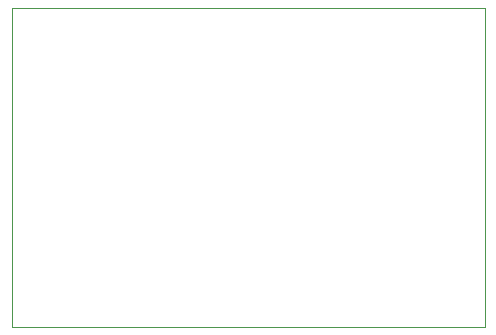
<source format=gbr>
%TF.GenerationSoftware,KiCad,Pcbnew,9.0.0*%
%TF.CreationDate,2025-03-14T13:21:39-04:00*%
%TF.ProjectId,IngestibleCapsule-Antennae,496e6765-7374-4696-926c-654361707375,rev?*%
%TF.SameCoordinates,Original*%
%TF.FileFunction,Profile,NP*%
%FSLAX46Y46*%
G04 Gerber Fmt 4.6, Leading zero omitted, Abs format (unit mm)*
G04 Created by KiCad (PCBNEW 9.0.0) date 2025-03-14 13:21:39*
%MOMM*%
%LPD*%
G01*
G04 APERTURE LIST*
%TA.AperFunction,Profile*%
%ADD10C,0.050000*%
%TD*%
G04 APERTURE END LIST*
D10*
X30000000Y-38262500D02*
X70000000Y-38262500D01*
X70000000Y-65262500D01*
X30000000Y-65262500D01*
X30000000Y-38262500D01*
M02*

</source>
